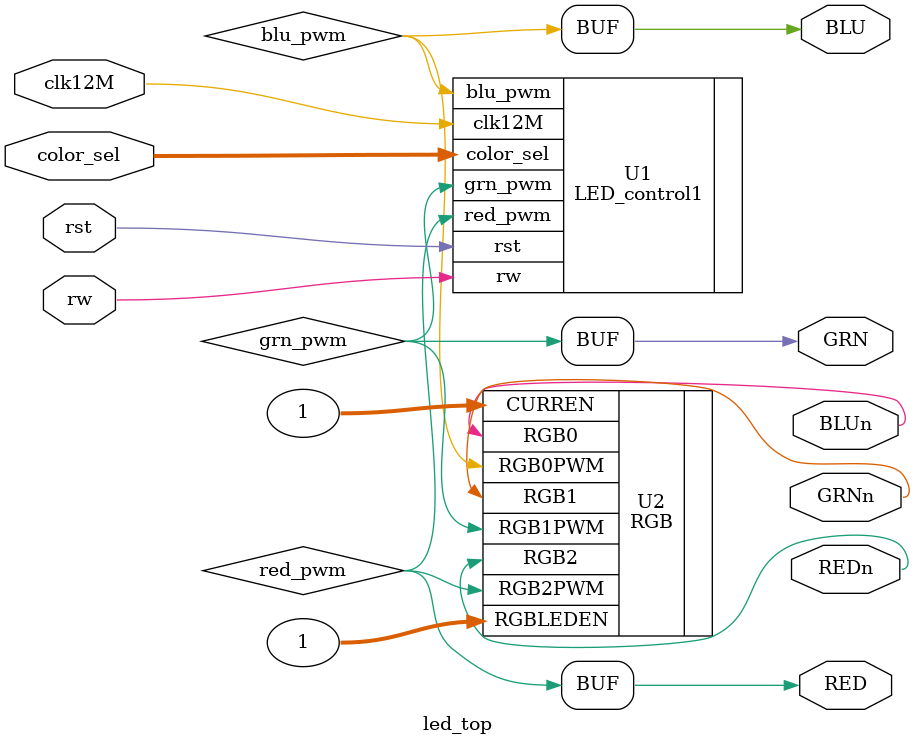
<source format=sv>
module led_top (       
input wire clk12M,
input wire rst,
input wire [1:0] color_sel,
input wire rw,
output reg REDn,
output reg BLUn,
output reg GRNn,
output reg RED,
output reg BLU,
output reg GRN
); 

wire red_pwm;
wire grn_pwm;
wire blu_pwm;

//parameter     on_hi = 2'b10;
//parameter     on_lo = 2'b01;
//parameter     off   = 2'b00; 
//parameter     LED_OFF   = 2'b00;
//parameter     RAMP_UP   = 2'b01;
//parameter     LED_ON    = 2'b10;
//parameter     RAMP_DOWN = 2'b11;
//parameter     on_max_cnt  = 28'h16E35ED;  // 1 sec steady
//parameter [3:0] Brightness=4'b0111; //50% Brightness
//parameter [3:0] BreatheRamp=4'b0110; //2x
//parameter [3:0] BlinkRate=4'b0101; //1sec
//parameter string RGB0_CURRENT = "0b111111";
//parameter string RGB1_CURRENT = "0b111111";
//parameter string RGB2_CURRENT = "0b111111";
defparam U1.on_hi 			= 2'b10;
defparam U1.on_lo 			= 2'b01;
defparam U1.off   			= 2'b00; 
defparam U1.LED_OFF   		= 2'b00;
defparam U1.RAMP_UP   		= 2'b01;
defparam U1.LED_ON    		= 2'b10;
defparam U1.RAMP_DOWN 		= 2'b11;
defparam U1.on_max_cnt 		= 28'h16E35ED;  // 	1 sec steady
defparam U1.Brightness		= 4'b0111; 		//	50% Brightness
defparam U1.BreatheRamp		= 4'b0110; 		//	2x
defparam U1.BlinkRate		= 4'b0101; 		//	1 sec
defparam U2.RGB0_CURRENT 	= "0b111111";
defparam U2.RGB1_CURRENT 	= "0b111111";
defparam U2.RGB2_CURRENT 	= "0b111111";

LED_control1 U1 (.clk12M(clk12M),.rst(rst),.color_sel(color_sel),.rw(rw),.red_pwm(red_pwm),.blu_pwm(blu_pwm),.grn_pwm(grn_pwm));


RGB U2 (.CURREN('b1),.RGB0PWM(blu_pwm),.RGB1PWM(grn_pwm),.RGB2PWM(red_pwm),.RGBLEDEN('b1),.RGB0(BLUn),.RGB1(GRNn),.RGB2(REDn));

assign RED = red_pwm;
assign GRN = grn_pwm;
assign BLU = blu_pwm;

endmodule















</source>
